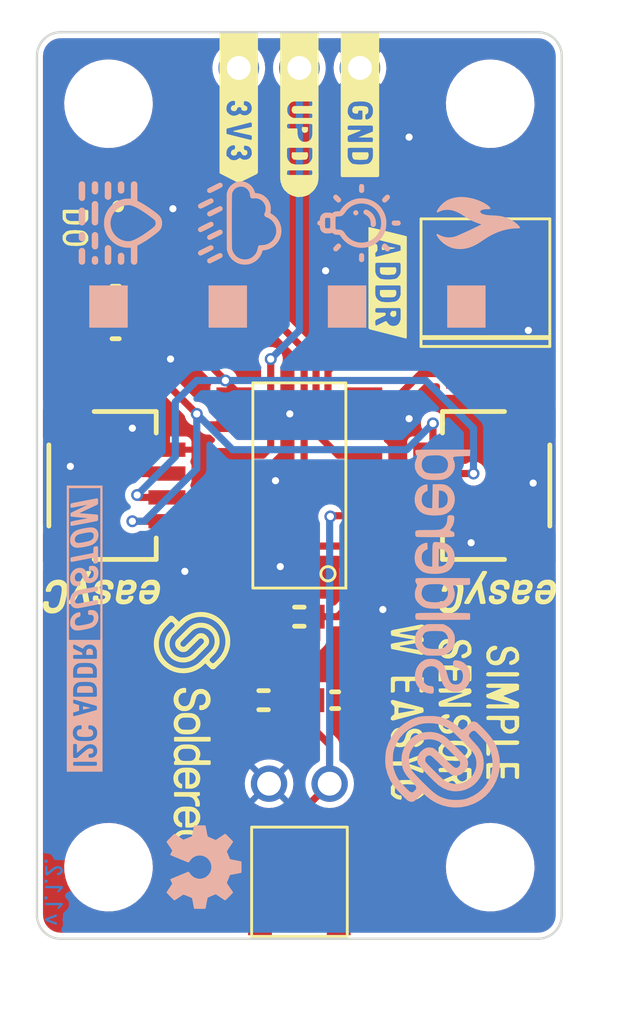
<source format=kicad_pcb>
(kicad_pcb (version 20211014) (generator pcbnew)
  (title_block (title "Simple light sensor board with easyC") (date "2022-02-14") (rev "V1.1.2.") (company "SOLDERED") (comment 1 "333076"))
  (layers (0 "F.Cu" signal) (31 "B.Cu" signal) (34 "B.Paste" user) (35 "F.Paste" user) (36 "B.SilkS" user "B.Silkscreen") (37 "F.SilkS" user "F.Silkscreen") (38 "B.Mask" user) (39 "F.Mask" user) (44 "Edge.Cuts" user))
  (net 0 "")
  (net 1 "A0")
  (net 2 "GND")
  (net 3 "3V3")
  (net 4 "Net-(D1-Pad1)")
  (net 5 "SDA")
  (net 6 "SCL")
  (net 7 "UPDI")
  (net 8 "ADD3")
  (net 9 "ADD2")
  (net 10 "ADD1")
  (net 11 "D0")
  (footprint "e-radionica.com footprinti:easyC-connector" (layer "F.Cu") (at 112.1 127.8 90)
    (fp_text reference "K3")
    (fp_text value "easyC-SMD")
    (pad "1" smd rect locked (at -1.5 2.15 90) (size 0.6 1.55) (layers "F.Cu" "F.Paste" "F.Mask") (net 6 "SCL"))
    (pad "2" smd rect locked (at -0.5 2.15 90) (size 0.6 1.55) (layers "F.Cu" "F.Paste" "F.Mask") (net 5 "SDA"))
    (pad "3" smd rect locked (at 0.5 2.15 90) (size 0.6 1.55) (layers "F.Cu" "F.Paste" "F.Mask") (net 3 "3V3"))
    (pad "4" smd rect locked (at 1.5 2.15 90) (size 0.6 1.55) (layers "F.Cu" "F.Paste" "F.Mask") (net 2 "GND"))
    (pad "5" smd rect locked (at -2.6 -2.15 90) (size 1.2 1.8) (layers "F.Cu" "F.Paste" "F.Mask") (net 2 "GND"))
    (pad "5" smd rect locked (at 2.6 -2.15 90) (size 1.2 1.8) (layers "F.Cu" "F.Paste" "F.Mask") (net 2 "GND"))
  )
  (footprint "e-radionica.com footprinti:0603R" (layer "F.Cu") (at 112.1 119.8 180)
    (fp_text reference "R3")
    (fp_text value "10k")
    (pad "1" smd rect locked (at -0.775 0 270) (size 1 0.64) (layers "F.Cu" "F.Paste" "F.Mask") (net 5 "SDA"))
    (pad "2" smd rect locked (at 0.775 0 270) (size 1 0.64) (layers "F.Cu" "F.Paste" "F.Mask") (net 3 "3V3"))
  )
  (footprint "e-radionica.com footprinti:HEADER-UPDI" (layer "F.Cu") (at 119.8 110.3)
    (fp_text reference "K4")
    (fp_text value "HEADER-UPDI")
    (pad "1" thru_hole circle locked (at -2.54 0) (size 1.7 1.7) (drill 1) (layers *.Cu *.Mask) (net 3 "3V3"))
    (pad "2" thru_hole circle locked (at 0 0) (size 1.7 1.7) (drill 1) (layers *.Cu *.Mask) (net 7 "UPDI"))
    (pad "3" thru_hole circle locked (at 2.54 0) (size 1.7 1.7) (drill 1) (layers *.Cu *.Mask) (net 2 "GND"))
  )
  (footprint "e-radionica.com footprinti:0603R" (layer "F.Cu") (at 112.1 121.3 180)
    (fp_text reference "R4")
    (fp_text value "10k")
    (pad "1" smd rect locked (at -0.775 0 270) (size 1 0.64) (layers "F.Cu" "F.Paste" "F.Mask") (net 6 "SCL"))
    (pad "2" smd rect locked (at 0.775 0 270) (size 1 0.64) (layers "F.Cu" "F.Paste" "F.Mask") (net 3 "3V3"))
  )
  (footprint "Soldered Graphics:Logo-Front-easyC-5mm" (layer "F.Cu") (at 111.5 132.3 180)
    (fp_text reference "G***" hide)
    (fp_text value "LOGO" hide)
  )
  (footprint "Soldered Graphics:Logo-Front-SolderedFULL-10mm" (layer "F.Cu") (at 115.3 138.1 -90)
    (fp_text reference "G***" hide)
    (fp_text value "LOGO" hide)
  )
  (footprint "e-radionica.com footprinti:FIDUCIAL_23" (layer "F.Cu") (at 127.8 119 -90)
    (fp_text reference "FD1")
    (fp_text value "FIDUCIAL")
    (fp_circle (center 0 0) (end 1 0) (layer "F.Cu") (width 0.2) (fill none))
    (pad "1" smd circle locked (at 0 0 270) (size 1 1) (layers "F.Cu" "F.Paste" "F.Mask") (clearance 1.1))
  )
  (footprint "e-radionica.com footprinti:0402LED" (layer "F.Cu") (at 111.6 117 90)
    (fp_text reference "D1")
    (fp_text value "purple")
    (pad "1" smd rect locked (at -0.55 0 180) (size 0.75 0.45) (layers "F.Cu" "F.Paste" "F.Mask") (net 4 "Net-(D1-Pad1)"))
    (pad "2" smd rect locked (at 0.55 0 180) (size 0.75 0.45) (layers "F.Cu" "F.Paste" "F.Mask") (net 2 "GND"))
  )
  (footprint "buzzardLabel" (layer "F.Cu") (at 126.3 137.3 -90)
    (fp_text reference "" (at 0 0 90) (layer "F.SilkS") (effects (font (size 1.27 1.27))))
    (fp_text value "" (at 0 0 90) (layer "F.SilkS") (effects (font (size 1.27 1.27))))
  )
  (footprint "e-radionica.com footprinti:JST-SH_2pin_1mm_C145954" (layer "F.Cu") (at 119.8 144.8)
    (fp_text reference "K1")
    (fp_text value "JST-SH_2pin_1mm_C145954")
    (pad "" smd rect (at 1.65 0.95) (size 1 1.8) (layers "F.Cu" "F.Paste" "F.Mask"))
    (pad "" smd rect (at -1.65 0.95) (size 1 1.8) (layers "F.Cu" "F.Paste" "F.Mask"))
    (pad "1" smd rect (at 0.5 -2.5) (size 0.4 1.6) (layers "F.Cu" "F.Paste" "F.Mask") (net 1 "A0"))
    (pad "2" smd rect (at -0.5 -2.5) (size 0.4 1.6) (layers "F.Cu" "F.Paste" "F.Mask") (net 2 "GND"))
  )
  (footprint "e-radionica.com footprinti:HOLE_3.2mm" (layer "F.Cu") (at 111.8 143.8 -90)
    (fp_text reference "H2" hide)
    (fp_text value "HOLE_3.2mm" hide)
    (pad "" np_thru_hole circle locked (at 0 0 270) (size 3.2 3.2) (drill 3.2) (layers F&B.Cu *.Mask))
  )
  (footprint "buzzardLabel" (layer "F.Cu") (at 119.8 108.4 -90)
    (fp_text reference "" (at 0 0 90) (layer "F.SilkS") (effects (font (size 1.27 1.27))))
    (fp_text value "" (at 0 0 90) (layer "F.SilkS") (effects (font (size 1.27 1.27))))
  )
  (footprint "e-radionica.com footprinti:0402R" (layer "F.Cu") (at 113 117 90)
    (fp_text reference "R2")
    (fp_text value "2k2")
    (pad "1" smd rect locked (at -0.5 0 180) (size 0.64 0.54) (layers "F.Cu" "F.Paste" "F.Mask") (net 11 "D0"))
    (pad "2" smd rect locked (at 0.5 0 180) (size 0.64 0.54) (layers "F.Cu" "F.Paste" "F.Mask") (net 4 "Net-(D1-Pad1)"))
  )
  (footprint "e-radionica.com footprinti:SOIC-14" (layer "F.Cu") (at 119.8 127.8 180)
    (fp_text reference "U1")
    (fp_text value "ATTINY404-SSNR")
    (pad "1" smd rect locked (at -2.7 -3.81 180) (size 1.55 0.6) (layers "F.Cu" "F.Paste" "F.Mask") (net 3 "3V3"))
    (pad "2" smd rect locked (at -2.7 -2.54 180) (size 1.55 0.6) (layers "F.Cu" "F.Paste" "F.Mask") (net 11 "D0"))
    (pad "3" smd rect locked (at -2.7 -1.27 180) (size 1.55 0.6) (layers "F.Cu" "F.Paste" "F.Mask") (net 1 "A0"))
    (pad "4" smd rect locked (at -2.7 0 180) (size 1.55 0.6) (layers "F.Cu" "F.Paste" "F.Mask"))
    (pad "5" smd rect locked (at -2.7 1.27 180) (size 1.55 0.6) (layers "F.Cu" "F.Paste" "F.Mask") (net 8 "ADD3"))
    (pad "6" smd rect locked (at -2.7 2.54 180) (size 1.55 0.6) (layers "F.Cu" "F.Paste" "F.Mask") (net 9 "ADD2"))
    (pad "7" smd rect locked (at -2.7 3.81 180) (size 1.55 0.6) (layers "F.Cu" "F.Paste" "F.Mask") (net 10 "ADD1"))
    (pad "8" smd rect locked (at 2.7 3.81 180) (size 1.55 0.6) (layers "F.Cu" "F.Paste" "F.Mask") (net 5 "SDA"))
    (pad "9" smd rect locked (at 2.7 2.54 180) (size 1.55 0.6) (layers "F.Cu" "F.Paste" "F.Mask") (net 6 "SCL"))
    (pad "10" smd rect locked (at 2.7 1.27 180) (size 1.55 0.6) (layers "F.Cu" "F.Paste" "F.Mask") (net 7 "UPDI"))
    (pad "11" smd rect locked (at 2.7 0 180) (size 1.55 0.6) (layers "F.Cu" "F.Paste" "F.Mask"))
    (pad "12" smd rect locked (at 2.7 -1.27 180) (size 1.55 0.6) (layers "F.Cu" "F.Paste" "F.Mask"))
    (pad "13" smd rect locked (at 2.7 -2.54 180) (size 1.55 0.6) (layers "F.Cu" "F.Paste" "F.Mask"))
    (pad "14" smd rect locked (at 2.7 -3.81 180) (size 1.55 0.6) (layers "F.Cu" "F.Paste" "F.Mask") (net 2 "GND"))
  )
  (footprint "Soldered Graphics:Logo-Back-OSH-3.5mm" (layer "F.Cu") (at 115.8 143.8 -90)
    (fp_text reference "G***" hide)
    (fp_text value "LOGO" hide)
  )
  (footprint "Soldered Graphics:Logo-Front-easyC-5mm" (layer "F.Cu") (at 128.1 132.3 180)
    (fp_text reference "G***" hide)
    (fp_text value "LOGO" hide)
  )
  (footprint "e-radionica.com footprinti:HOLE_3.2mm" (layer "F.Cu") (at 127.8 143.8 -90)
    (fp_text reference "H4" hide)
    (fp_text value "HOLE_3.2mm" hide)
    (pad "" np_thru_hole circle locked (at 0 0 270) (size 3.2 3.2) (drill 3.2) (layers F&B.Cu *.Mask))
  )
  (footprint "e-radionica.com footprinti:easyC-connector" (layer "F.Cu") (at 127.5 127.8 -90)
    (fp_text reference "K5")
    (fp_text value "easyC-SMD")
    (pad "1" smd rect locked (at -1.5 2.15 270) (size 0.6 1.55) (layers "F.Cu" "F.Paste" "F.Mask") (net 6 "SCL"))
    (pad "2" smd rect locked (at -0.5 2.15 270) (size 0.6 1.55) (layers "F.Cu" "F.Paste" "F.Mask") (net 5 "SDA"))
    (pad "3" smd rect locked (at 0.5 2.15 270) (size 0.6 1.55) (layers "F.Cu" "F.Paste" "F.Mask") (net 3 "3V3"))
    (pad "4" smd rect locked (at 1.5 2.15 270) (size 0.6 1.55) (layers "F.Cu" "F.Paste" "F.Mask") (net 2 "GND"))
    (pad "5" smd rect locked (at -2.6 -2.15 270) (size 1.2 1.8) (layers "F.Cu" "F.Paste" "F.Mask") (net 2 "GND"))
    (pad "5" smd rect locked (at 2.6 -2.15 270) (size 1.2 1.8) (layers "F.Cu" "F.Paste" "F.Mask") (net 2 "GND"))
  )
  (footprint "e-radionica.com footprinti:HEADER_MALE_2X1" (layer "F.Cu") (at 119.8 140.3)
    (fp_text reference "K2")
    (fp_text value "HEADER_MALE_2X1")
    (pad "1" thru_hole circle locked (at -1.27 0) (size 1.524 1.524) (drill 1) (layers *.Cu *.Mask) (net 2 "GND"))
    (pad "2" thru_hole circle locked (at 1.27 0) (size 1.524 1.524) (drill 1) (layers *.Cu *.Mask) (net 1 "A0"))
  )
  (footprint "buzzardLabel" (layer "F.Cu") (at 128.3 137.3 -90)
    (fp_text reference "" (at 0 0 90) (layer "F.SilkS") (effects (font (size 1.27 1.27))))
    (fp_text value "" (at 0 0 90) (layer "F.SilkS") (effects (font (size 1.27 1.27))))
  )
  (footprint "buzzardLabel" (layer "F.Cu") (at 123.5 119.3 -90)
    (fp_text reference "" (at 0 0 90) (layer "F.SilkS") (effects (font (size 1.27 1.27))))
    (fp_text value "" (at 0 0 90) (layer "F.SilkS") (effects (font (size 1.27 1.27))))
  )
  (footprint "e-radionica.com footprinti:HOLE_3.2mm" (layer "F.Cu") (at 127.8 111.8 -90)
    (fp_text reference "H3" hide)
    (fp_text value "HOLE_3.2mm" hide)
    (pad "" np_thru_hole circle locked (at 0 0 270) (size 3.2 3.2) (drill 3.2) (layers F&B.Cu *.Mask))
  )
  (footprint "buzzardLabel" (layer "F.Cu") (at 110.4 117 -90)
    (fp_text reference "" (at 0 0 90) (layer "F.SilkS") (effects (font (size 1.27 1.27))))
    (fp_text value "" (at 0 0 90) (layer "F.SilkS") (effects (font (size 1.27 1.27))))
  )
  (footprint "Soldered Graphics:Logo-Back-SolderedFULL-15mm" (layer "F.Cu") (at 125.8 133.8 -90)
    (fp_text reference "REF**" hide)
    (fp_text value "Logo-Front-SolderedFULL-15mm" hide)
  )
  (footprint "buzzardLabel" (layer "F.Cu") (at 117.26 108.4 -90)
    (fp_text reference "" (at 0 0 90) (layer "F.SilkS") (effects (font (size 1.27 1.27))))
    (fp_text value "" (at 0 0 90) (layer "F.SilkS") (effects (font (size 1.27 1.27))))
  )
  (footprint "e-radionica.com footprinti:0603R" (layer "F.Cu") (at 121.3 136.8)
    (fp_text reference "R1")
    (fp_text value "10k")
    (pad "1" smd rect locked (at -0.775 0 90) (size 1 0.64) (layers "F.Cu" "F.Paste" "F.Mask") (net 1 "A0"))
    (pad "2" smd rect locked (at 0.775 0 90) (size 1 0.64) (layers "F.Cu" "F.Paste" "F.Mask") (net 3 "3V3"))
  )
  (footprint "e-radionica.com footprinti:0603C" (layer "F.Cu") (at 119.8 133.3 180)
    (fp_text reference "C2")
    (fp_text value "100n")
    (pad "1" smd rect locked (at -0.73 0 180) (size 0.66 1) (layers "F.Cu" "F.Paste" "F.Mask") (net 3 "3V3"))
    (pad "2" smd rect locked (at 0.73 0 180) (size 0.66 1) (layers "F.Cu" "F.Paste" "F.Mask") (net 2 "GND"))
  )
  (footprint "buzzardLabel" (layer "F.Cu") (at 124.3 137.3 -90)
    (fp_text reference "" (at 0 0 90) (layer "F.SilkS") (effects (font (size 1.27 1.27))))
    (fp_text value "" (at 0 0 90) (layer "F.SilkS") (effects (font (size 1.27 1.27))))
  )
  (footprint "e-radionica.com footprinti:HOLE_3.2mm" (layer "F.Cu") (at 111.8 111.8 -90)
    (fp_text reference "H1" hide)
    (fp_text value "HOLE_3.2mm" hide)
    (pad "" np_thru_hole circle locked (at 0 0 270) (size 3.2 3.2) (drill 3.2) (layers F&B.Cu *.Mask))
  )
  (footprint "e-radionica.com footprinti:0603C" (layer "F.Cu") (at 118.3 136.8)
    (fp_text reference "C1")
    (fp_text value "100n")
    (pad "1" smd rect locked (at -0.73 0) (size 0.66 1) (layers "F.Cu" "F.Paste" "F.Mask") (net 2 "GND"))
    (pad "2" smd rect locked (at 0.73 0) (size 0.66 1) (layers "F.Cu" "F.Paste" "F.Mask") (net 1 "A0"))
  )
  (footprint "e-radionica.com footprinti:DSHP03TS-S" (layer "F.Cu") (at 127.6 119.3 90)
    (fp_text reference "K6")
    (fp_text value "DSHP03TS-S")
    (pad "1" smd rect locked (at -3.81 -1.27 180) (size 0.76 1.27) (layers "F.Cu" "F.Paste" "F.Mask") (net 10 "ADD1"))
    (pad "2" smd rect locked (at 3.81 -1.27 180) (size 0.76 1.27) (layers "F.Cu" "F.Paste" "F.Mask") (net 2 "GND"))
    (pad "3" smd rect locked (at -3.81 0 180) (size 0.76 1.27) (layers "F.Cu" "F.Paste" "F.Mask") (net 9 "ADD2"))
    (pad "4" smd rect locked (at 3.81 0 180) (size 0.76 1.27) (layers "F.Cu" "F.Paste" "F.Mask") (net 2 "GND"))
    (pad "5" smd rect locked (at -3.81 1.27 180) (size 0.76 1.27) (layers "F.Cu" "F.Paste" "F.Mask") (net 8 "ADD3"))
    (pad "6" smd rect locked (at 3.81 1.27 180) (size 0.76 1.27) (layers "F.Cu" "F.Paste" "F.Mask") (net 2 "GND"))
  )
  (footprint "buzzardLabel" (layer "F.Cu") (at 122.34 108.4 -90)
    (fp_text reference "" (at 0 0 90) (layer "F.SilkS") (effects (font (size 1.27 1.27))))
    (fp_text value "" (at 0 0 90) (layer "F.SilkS") (effects (font (size 1.27 1.27))))
  )
  (footprint "Soldered Graphics:Symbol-Front-Raining" (layer "B.Cu") (at 117.3 116.8 90)
    (fp_text reference "G***" hide)
    (fp_text value "LOGO" hide)
  )
  (footprint "buzzardLabel" (layer "B.Cu") (at 126.8 120.3 90)
    (fp_text reference "" (at 0 0 90) (layer "B.SilkS") (effects (font (size 1.27 1.27)) (justify mirror)))
    (fp_text value "" (at 0 0 90) (layer "B.SilkS") (effects (font (size 1.27 1.27)) (justify mirror)))
  )
  (footprint "buzzardLabel" (layer "B.Cu") (at 111.8 120.3 90)
    (fp_text reference "" (at 0 0 90) (layer "B.SilkS") (effects (font (size 1.27 1.27)) (justify mirror)))
    (fp_text value "" (at 0 0 90) (layer "B.SilkS") (effects (font (size 1.27 1.27)) (justify mirror)))
  )
  (footprint "buzzardLabel" (layer "B.Cu") (at 121.8 120.3 90)
    (fp_text reference "" (at 0 0 90) (layer "B.SilkS") (effects (font (size 1.27 1.27)) (justify mirror)))
    (fp_text value "" (at 0 0 90) (layer "B.SilkS") (effects (font (size 1.27 1.27)) (justify mirror)))
  )
  (footprint "Soldered Graphics:Version1.1.2." (layer "B.Cu") (at 109.5 144.8 90)
    (fp_text reference "REF**" hide)
    (fp_text value "Version1.1.2." hide)
    (fp_poly (pts (xy 1.21 -0.38) (xy 1.26 -0.38) (xy 1.31 -0.37) (xy 1.31 -0.33) (xy 1.31 -0.27) (xy 1.27 -0.26) (xy 1.22 -0.26) (xy 1.19 -0.29) (xy 1.19 -0.34) (xy 1.21 -0.38)) (layer "B.Cu") (width 0.01) (fill solid))
    (fp_poly (pts (xy -1.22 -0.35) (xy -1.17 -0.35) (xy -1.14 -0.31) (xy -0.98 0.1) (xy -1 0.13) (xy -1.06 0.13) (xy -1.08 0.1) (xy -1.17 -0.16) (xy -1.19 -0.21) (xy -1.22 -0.17) (xy -1.31 0.09) (xy -1.33 0.13) (xy -1.39 0.13) (xy -1.41 0.1) (xy -1.25 -0.31) (xy -1.22 -0.35)) (layer "B.Cu") (width 0.01) (fill solid))
    (fp_poly (pts (xy 0.69 -0.35) (xy 1.01 -0.35) (xy 1.05 -0.33) (xy 1.05 -0.28) (xy 1.01 -0.27) (xy 0.79 -0.27) (xy 0.8 -0.23) (xy 0.97 -0.02) (xy 1 0.03) (xy 1.03 0.08) (xy 1.04 0.13) (xy 1.04 0.18) (xy 1.04 0.24) (xy 1.02 0.29) (xy 0.99 0.32) (xy 0.95 0.36) (xy 0.89 0.38) (xy 0.83 0.38) (xy 0.78 0.36) (xy 0.73 0.32) (xy 0.7 0.29) (xy 0.68 0.24) (xy 0.67 0.19) (xy 0.69 0.14) (xy 0.74 0.14) (xy 0.76 0.18) (xy 0.77 0.23) (xy 0.8 0.27) (xy 0.85 0.29) (xy 0.9 0.29) (xy 0.94 0.24) (xy 0.95 0.19) (xy 0.95 0.14) (xy 0.93 0.09) (xy 0.9 0.04) (xy 0.7 -0.21) (xy 0.66 -0.26) (xy 0.66 -0.31) (xy 0.69 -0.35)) (layer "B.Cu") (width 0.01) (fill solid))
    (fp_poly (pts (xy -0.57 -0.35) (xy -0.51 -0.35) (xy -0.5 -0.31) (xy -0.5 0.35) (xy -0.53 0.38) (xy -0.58 0.38) (xy -0.62 0.34) (xy -0.74 0.22) (xy -0.75 0.17) (xy -0.72 0.16) (xy -0.63 0.22) (xy -0.59 0.23) (xy -0.59 -0.31) (xy -0.57 -0.35)) (layer "B.Cu") (width 0.01) (fill solid))
    (fp_poly (pts (xy -0.34 -0.38) (xy -0.29 -0.38) (xy -0.24 -0.37) (xy -0.23 -0.33) (xy -0.23 -0.27) (xy -0.27 -0.26) (xy -0.32 -0.26) (xy -0.35 -0.29) (xy -0.35 -0.34) (xy -0.34 -0.38)) (layer "B.Cu") (width 0.01) (fill solid))
    (fp_poly (pts (xy 0.14 -0.35) (xy 0.19 -0.35) (xy 0.21 -0.31) (xy 0.21 0.35) (xy 0.17 0.38) (xy 0.12 0.38) (xy 0.08 0.34) (xy -0.03 0.22) (xy -0.05 0.17) (xy -0.02 0.16) (xy 0.08 0.22) (xy 0.12 0.23) (xy 0.12 -0.31) (xy 0.14 -0.35)) (layer "B.Cu") (width 0.01) (fill solid))
    (fp_poly (pts (xy 0.37 -0.38) (xy 0.42 -0.38) (xy 0.47 -0.37) (xy 0.47 -0.33) (xy 0.47 -0.27) (xy 0.43 -0.26) (xy 0.38 -0.26) (xy 0.35 -0.29) (xy 0.35 -0.34) (xy 0.37 -0.38)) (layer "B.Cu") (width 0.01) (fill solid))
  )
  (footprint "buzzardLabel" (layer "B.Cu") (at 116.8 120.3 90)
    (fp_text reference "" (at 0 0 90) (layer "B.SilkS") (effects (font (size 1.27 1.27)) (justify mirror)))
    (fp_text value "" (at 0 0 90) (layer "B.SilkS") (effects (font (size 1.27 1.27)) (justify mirror)))
  )
  (footprint "Soldered Graphics:Symbol-Front-Light" (layer "B.Cu") (at 122.3 116.8 90)
    (fp_text reference "G***" hide)
    (fp_text value "LOGO" hide)
  )
  (footprint "Soldered Graphics:Symbol-Front_I2C_ADDR_CUSTOM" (layer "B.Cu") (at 110.8 133.8 90)
    (fp_text reference "REF**" hide)
    (fp_text value "Symbol-Front_I2C_ADDR_CUSTOM" hide)
  )
  (footprint "Soldered Graphics:Symbol-Front-Flame" (layer "B.Cu") (at 127.3 116.8 90)
    (fp_text reference "G***" hide)
    (fp_text value "LOGO" hide)
  )
  (footprint "Soldered Graphics:Symbol-Front-Water-Sensoric" (layer "B.Cu") (at 112.3 116.8 90)
    (fp_text reference "G***" hide)
    (fp_text value "LOGO" hide)
  )
  (gr_line (start 130.8 109.8) (end 130.8 145.8) (layer "Edge.Cuts") (width 0.1))
  (gr_arc (start 129.8 108.8) (mid 130.507107 109.092893) (end 130.8 109.8) (layer "Edge.Cuts") (width 0.1))
  (gr_arc (start 130.8 145.8) (mid 130.507107 146.507107) (end 129.8 146.8) (layer "Edge.Cuts") (width 0.1))
  (gr_line (start 109.8 108.8) (end 129.8 108.8) (layer "Edge.Cuts") (width 0.1))
  (gr_line (start 129.8 146.8) (end 109.8 146.8) (layer "Edge.Cuts") (width 0.1))
  (gr_arc (start 109.8 146.8) (mid 109.092893 146.507107) (end 108.8 145.8) (layer "Edge.Cuts") (width 0.1))
  (gr_line (start 108.8 145.8) (end 108.8 109.8) (layer "Edge.Cuts") (width 0.1))
  (gr_arc (start 108.8 109.8) (mid 109.092893 109.092893) (end 109.8 108.8) (layer "Edge.Cuts") (width 0.1))
  (segment (start 121.1 129.1) (end 121.13 129.07) (width 0.3) (layer "F.Cu") (net 1))
  (segment (start 119.03 136.8) (end 120.525 136.8) (width 0.3) (layer "F.Cu") (net 1))
  (segment (start 120.525 138.125) (end 121.07 138.67) (width 0.3) (layer "F.Cu") (net 1))
  (segment (start 120.525 136.8) (end 120.525 138.125) (width 0.3) (layer "F.Cu") (net 1))
  (segment (start 120.3 141.07) (end 121.07 140.3) (width 0.3) (layer "F.Cu") (net 1))
  (segment (start 120.3 142.3) (end 120.3 141.07) (width 0.3) (layer "F.Cu") (net 1))
  (segment (start 121.13 129.07) (end 122.5 129.07) (width 0.3) (layer "F.Cu") (net 1))
  (segment (start 121.07 138.67) (end 121.07 140.3) (width 0.3) (layer "F.Cu") (net 1))
  (via (at 121.1 129.1) (size 0.5) (drill 0.3) (layers "F.Cu" "B.Cu") (net 1))
  (segment (start 121.1 129.1) (end 121.07 129.13) (width 0.3) (layer "B.Cu") (net 1))
  (segment (start 121.07 129.13) (end 121.07 140.3) (width 0.3) (layer "B.Cu") (net 1))
  (via (at 114.5 116.2) (size 0.5) (drill 0.3) (layers "F.Cu" "B.Cu") (net 2))
  (via (at 127 130.2) (size 0.5) (drill 0.3) (layers "F.Cu" "B.Cu") (net 2))
  (via (at 129.4 121.3) (size 0.5) (drill 0.3) (layers "F.Cu" "B.Cu") (net 2))
  (via (at 114.4 122.5) (size 0.5) (drill 0.3) (layers "F.Cu" "B.Cu") (net 2))
  (via (at 129.6 127.7) (size 0.5) (drill 0.3) (layers "F.Cu" "B.Cu") (net 2))
  (via (at 120.9 118.8) (size 0.5) (drill 0.3) (layers "F.Cu" "B.Cu") (net 2))
  (via (at 119 131.2) (size 0.5) (drill 0.3) (layers "F.Cu" "B.Cu") (net 2))
  (via (at 124.4 113.2) (size 0.5) (drill 0.3) (layers "F.Cu" "B.Cu") (net 2))
  (via (at 119.4 124.8) (size 0.5) (drill 0.3) (layers "F.Cu" "B.Cu") (net 2))
  (via (at 110.2 127) (size 0.5) (drill 0.3) (layers "F.Cu" "B.Cu") (net 2))
  (via (at 118.8 127.6) (size 0.5) (drill 0.3) (layers "F.Cu" "B.Cu") (net 2))
  (via (at 112.8 125.4) (size 0.5) (drill 0.3) (layers "F.Cu" "B.Cu") (net 2))
  (via (at 124.4 125) (size 0.5) (drill 0.3) (layers "F.Cu" "B.Cu") (net 2))
  (via (at 123.3 133) (size 0.5) (drill 0.3) (layers "F.Cu" "B.Cu") (net 2))
  (via (at 115 131.4) (size 0.5) (drill 0.3) (layers "F.Cu" "B.Cu") (net 2))
  (segment (start 124.1 128.7) (end 124.1 131.3) (width 0.3) (layer "F.Cu") (net 3))
  (segment (start 124.1 131.3) (end 123.79 131.61) (width 0.3) (layer "F.Cu") (net 3))
  (segment (start 120.53 134.27) (end 120.53 133.3) (width 0.3) (layer "F.Cu") (net 3))
  (segment (start 111.325 119.8) (end 110.5 119.8) (width 0.3) (layer "F.Cu") (net 3))
  (segment (start 111 115) (end 115 115) (width 0.3) (layer "F.Cu") (net 3))
  (segment (start 111.7 123) (end 111.3 122.6) (width 0.3) (layer "F.Cu") (net 3))
  (segment (start 112.6 127.3) (end 111.7 126.4) (width 0.3) (layer "F.Cu") (net 3))
  (segment (start 124.5 128.3) (end 124.1 128.7) (width 0.3) (layer "F.Cu") (net 3))
  (segment (start 122.075 132.625) (end 122.1 132.6) (width 0.3) (layer "F.Cu") (net 3))
  (segment (start 122.1 132.6) (end 122.5 132.2) (width 0.3) (layer "F.Cu") (net 3))
  (segment (start 117.26 112.74) (end 117.26 110.3) (width 0.3) (layer "F.Cu") (net 3))
  (segment (start 115 115) (end 117.26 112.74) (width 0.3) (layer "F.Cu") (net 3))
  (segment (start 114.25 127.3) (end 112.6 127.3) (width 0.3) (layer "F.Cu") (net 3))
  (segment (start 111.325 121.3) (end 111.325 119.8) (width 0.3) (layer "F.Cu") (net 3))
  (segment (start 109.9 119.2) (end 109.9 116.1) (width 0.3) (layer "F.Cu") (net 3))
  (segment (start 111.7 130.8) (end 115.6 134.7) (width 0.3) (layer "F.Cu") (net 3))
  (segment (start 109.9 116.1) (end 111 115) (width 0.3) (layer "F.Cu") (net 3))
  (segment (start 125.35 128.3) (end 124.5 128.3) (width 0.3) (layer "F.Cu") (net 3))
  (segment (start 111.3 122.6) (end 111.325 122.575) (width 0.3) (layer "F.Cu") (net 3))
  (segment (start 110.5 119.8) (end 109.9 119.2) (width 0.3) (layer "F.Cu") (net 3))
  (segment (start 121.4 133.3) (end 122.1 132.6) (width 0.3) (layer "F.Cu") (net 3))
  (segment (start 111.7 126.4) (end 111.7 130.8) (width 0.3) (layer "F.Cu") (net 3))
  (segment (start 111.7 126.4) (end 111.7 123) (width 0.3) (layer "F.Cu") (net 3))
  (segment (start 111.325 122.575) (end 111.325 121.3) (width 0.3) (layer "F.Cu") (net 3))
  (segment (start 115.6 134.7) (end 120.1 134.7) (width 0.3) (layer "F.Cu") (net 3))
  (segment (start 120.53 133.3) (end 121.4 133.3) (width 0.3) (layer "F.Cu") (net 3))
  (segment (start 120.1 134.7) (end 120.53 134.27) (width 0.3) (layer "F.Cu") (net 3))
  (segment (start 122.075 136.8) (end 122.075 132.625) (width 0.3) (layer "F.Cu") (net 3))
  (segment (start 122.5 132.2) (end 122.5 131.61) (width 0.3) (layer "F.Cu") (net 3))
  (segment (start 123.79 131.61) (end 122.5 131.61) (width 0.3) (layer "F.Cu") (net 3))
  (segment (start 113 116.5) (end 112.8 116.5) (width 0.3) (layer "F.Cu") (net 4))
  (segment (start 111.75 117.55) (end 111.6 117.55) (width 0.3) (layer "F.Cu") (net 4))
  (segment (start 112.8 116.5) (end 111.75 117.55) (width 0.3) (layer "F.Cu") (net 4))
  (segment (start 127.1 127.3) (end 125.35 127.3) (width 0.3) (layer "F.Cu") (net 5))
  (segment (start 113.1 128.3) (end 113 128.2) (width 0.3) (layer "F.Cu") (net 5))
  (segment (start 117.1 123.99) (end 117.1 123.8) (width 0.3) (layer "F.Cu") (net 5))
  (segment (start 114.25 128.3) (end 113.1 128.3) (width 0.3) (layer "F.Cu") (net 5))
  (segment (start 117.1 123.8) (end 114.65 121.35) (width 0.3) (layer "F.Cu") (net 5))
  (segment (start 114.65 121.35) (end 113.1 119.8) (width 0.3) (layer "F.Cu") (net 5))
  (segment (start 113.1 119.8) (end 112.875 119.8) (width 0.3) (layer "F.Cu") (net 5))
  (via (at 127.1 127.3) (size 0.5) (drill 0.3) (layers "F.Cu" "B.Cu") (net 5))
  (via (at 113 128.2) (size 0.5) (drill 0.3) (layers "F.Cu" "B.Cu") (net 5))
  (via (at 116.7 123.4) (size 0.5) (drill 0.3) (layers "F.Cu" "B.Cu") (net 5))
  (segment (start 125.1 123.4) (end 116.7 123.4) (width 0.3) (layer "B.Cu") (net 5))
  (segment (start 127.1 125.4) (end 125.1 123.4) (width 0.3) (layer "B.Cu") (net 5))
  (segment (start 115.5 123.4) (end 114.6 124.3) (width 0.3) (layer "B.Cu") (net 5))
  (segment (start 114.6 124.3) (end 114.6 126.6) (width 0.3) (layer "B.Cu") (net 5))
  (segment (start 116.7 123.4) (end 115.5 123.4) (width 0.3) (layer "B.Cu") (net 5))
  (segment (start 114.6 126.6) (end 113 128.2) (width 0.3) (layer "B.Cu") (net 5))
  (segment (start 127.1 127.3) (end 127.1 125.4) (width 0.3) (layer "B.Cu") (net 5))
  (segment (start 115.5 124.8) (end 112.875 122.175) (width 0.3) (layer "F.Cu") (net 6))
  (segment (start 115.96 125.26) (end 117.1 125.26) (width 0.3) (layer "F.Cu") (net 6))
  (segment (start 115.5 124.8) (end 115.96 125.26) (width 0.3) (layer "F.Cu") (net 6))
  (segment (start 114.25 129.3) (end 112.8 129.3) (width 0.3) (layer "F.Cu") (net 6))
  (segment (start 125.4 125.2) (end 125.4 126.25) (width 0.3) (layer "F.Cu") (net 6))
  (segment (start 112.875 122.175) (end 112.875 121.3) (width 0.3) (layer "F.Cu") (net 6))
  (segment (start 125.4 126.25) (end 125.35 126.3) (width 0.3) (layer "F.Cu") (net 6))
  (via (at 115.5 124.8) (size 0.5) (drill 0.3) (layers "F.Cu" "B.Cu") (net 6))
  (via (at 112.8 129.3) (size 0.5) (drill 0.3) (layers "F.Cu" "B.Cu") (net 6))
  (via (at 125.4 125.2) (size 0.5) (drill 0.3) (layers "F.Cu" "B.Cu") (net 6))
  (segment (start 113.3 129.3) (end 112.8 129.3) (width 0.3) (layer "B.Cu") (net 6))
  (segment (start 117 126.3) (end 115.5 124.8) (width 0.3) (layer "B.Cu") (net 6))
  (segment (start 125.4 125.2) (end 124.3 126.3) (width 0.3) (layer "B.Cu") (net 6))
  (segment (start 115.5 127.1) (end 113.3 129.3) (width 0.3) (layer "B.Cu") (net 6))
  (segment (start 115.5 124.8) (end 115.5 127.1) (width 0.3) (layer "B.Cu") (net 6))
  (segment (start 124.3 126.3) (end 117 126.3) (width 0.3) (layer "B.Cu") (net 6))
  (segment (start 118.6 122.5) (end 118.6 126.2) (width 0.3) (layer "F.Cu") (net 7))
  (segment (start 118.6 126.2) (end 118.27 126.53) (width 0.3) (layer "F.Cu") (net 7))
  (segment (start 118.27 126.53) (end 117.1 126.53) (width 0.3) (layer "F.Cu") (net 7))
  (via (at 118.6 122.5) (size 0.5) (drill 0.3) (layers "F.Cu" "B.Cu") (net 7))
  (segment (start 118.6 122.5) (end 119.8 121.3) (width 0.3) (layer "B.Cu") (net 7))
  (segment (start 119.8 121.3) (end 119.8 110.3) (width 0.3) (layer "B.Cu") (net 7))
  (segment (start 121.7 121.4) (end 128 121.4) (width 0.3) (layer "F.Cu") (net 8))
  (segment (start 121.43 126.53) (end 120.49952 125.59952) (width 0.3) (layer "F.Cu") (net 8))
  (segment (start 120.49952 125.59952) (end 120.49952 122.60048) (width 0.3) (layer "F.Cu") (net 8))
  (segment (start 122.5 126.53) (end 121.43 126.53) (width 0.3) (layer "F.Cu") (net 8))
  (segment (start 128 121.4) (end 128.87 122.27) (width 0.3) (layer "F.Cu") (net 8))
  (segment (start 128.87 122.27) (end 128.87 123.11) (width 0.3) (layer "F.Cu") (net 8))
  (segment (start 120.49952 122.60048) (end 121.7 121.4) (width 0.3) (layer "F.Cu") (net 8))
  (segment (start 127.6 122.3) (end 127.6 123.11) (width 0.3) (layer "F.Cu") (net 9))
  (segment (start 121 123) (end 122.1 121.9) (width 0.3) (layer "F.Cu") (net 9))
  (segment (start 122.1 121.9) (end 127.2 121.9) (width 0.3) (layer "F.Cu") (net 9))
  (segment (start 121 124.8) (end 121 123) (width 0.3) (layer "F.Cu") (net 9))
  (segment (start 127.2 121.9) (end 127.6 122.3) (width 0.3) (layer "F.Cu") (net 9))
  (segment (start 121.46 125.26) (end 121 124.8) (width 0.3) (layer "F.Cu") (net 9))
  (segment (start 122.5 125.26) (end 121.46 125.26) (width 0.3) (layer "F.Cu") (net 9))
  (segment (start 124.01 123.99) (end 124.89 123.11) (width 0.3) (layer "F.Cu") (net 10))
  (segment (start 122.5 123.99) (end 124.01 123.99) (width 0.3) (layer "F.Cu") (net 10))
  (segment (start 124.89 123.11) (end 126.33 123.11) (width 0.3) (layer "F.Cu") (net 10))
  (segment (start 115.4 117.5) (end 120 122.1) (width 0.3) (layer "F.Cu") (net 11))
  (segment (start 113 117.5) (end 115.4 117.5) (width 0.3) (layer "F.Cu") (net 11))
  (segment (start 120.44 130.34) (end 122.5 130.34) (width 0.3) (layer "F.Cu") (net 11))
  (segment (start 120 129.9) (end 120.44 130.34) (width 0.3) (layer "F.Cu") (net 11))
  (segment (start 120 122.1) (end 120 129.9) (width 0.3) (layer "F.Cu") (net 11))
  (zone (net 2) (net_name "GND") (layers F&B.Cu) (connect_pads (clearance 0.254)) (min_thickness 0.254) (fill yes (thermal_gap 0.254) (thermal_bridge_width 0.254))
    (polygon (pts (xy 108.8 146.8) (xy 108.8 108.8) (xy 130.8 108.8) (xy 130.8 146.8)))
  )
)
</source>
